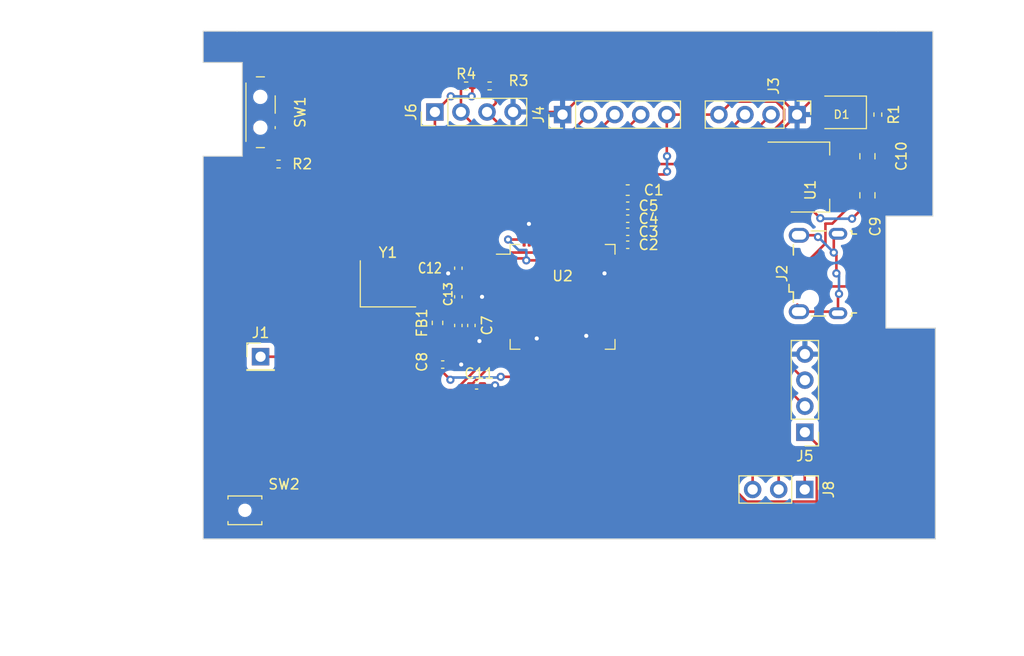
<source format=kicad_pcb>
(kicad_pcb (version 20221018) (generator pcbnew)
  (layers (0 "F.Cu" signal) (31 "B.Cu" power) (34 "B.Paste" user) (35 "F.Paste" user) (36 "B.SilkS" user "B.Silkscreen") (37 "F.SilkS" user "F.Silkscreen") (38 "B.Mask" user) (39 "F.Mask" user) (44 "Edge.Cuts" user))
  (net 0 "")
  (net 1 "+3.3V")
  (net 2 "GND")
  (net 3 "+3.3VA")
  (net 4 "VBUS")
  (net 5 "/NRST")
  (net 6 "/HSE_IN")
  (net 7 "/HSE_OUT")
  (net 8 "/LED_C")
  (net 9 "/ADC")
  (net 10 "/USB_D-")
  (net 11 "/USB_D+")
  (net 13 "unconnected-(J2-Shield-Pad6)")
  (net 14 "/SDEBUG_TCK")
  (net 15 "/SDEBUG_TMS")
  (net 16 "/MOSI")
  (net 17 "/MISO")
  (net 18 "/SCK")
  (net 19 "Net-(J5-Pin_2)")
  (net 20 "Net-(J5-Pin_3)")
  (net 21 "/I2C_SDA")
  (net 22 "/I2C_SCL")
  (net 23 "/GPIO_Analog(PB15)")
  (net 24 "/GPIO_Analog(PB14)")
  (net 25 "/GPIO_Analog(PB13)")
  (net 26 "/SW_BOOT0")
  (net 27 "/BOOT0")
  (net 54 "Net-(Y1-Pad2)")
  (footprint "Inductor_SMD:L_0603_1608Metric_Pad1.05x0.95mm_HandSolder" (layer "F.Cu") (at 140.693315 113.541 -90)
    (fp_text reference "FB1")
    (fp_text value "120R")
  )
  (footprint "Button_Switch_SMD:SW_SPST_B3U-1000P-B" (layer "F.Cu") (at 121.92 131.826)
    (fp_text reference "SW2")
    (fp_text value "SW_Push")
  )
  (footprint "Package_TO_SOT_SMD:SOT-223-3_TabPin2" (layer "F.Cu") (at 177.015315 99.317)
    (fp_text reference "U1")
    (fp_text value "AMS1117-3.3")
  )
  (footprint "Capacitor_SMD:C_0805_2012Metric_Pad1.18x1.45mm_HandSolder" (layer "F.Cu") (at 182.603315 97.285 90)
    (fp_text reference "C10")
    (fp_text value "22u")
  )
  (footprint "Resistor_SMD:R_0402_1005Metric_Pad0.72x0.64mm_HandSolder" (layer "F.Cu") (at 143.487315 90.427)
    (fp_text reference "R4")
    (fp_text value "2k2")
  )
  (footprint "Capacitor_SMD:C_0402_1005Metric_Pad0.74x0.62mm_HandSolder" (layer "F.Cu") (at 141.201315 117.605)
    (fp_text reference "C8")
    (fp_text value "1u")
  )
  (footprint "Capacitor_SMD:C_0805_2012Metric_Pad1.18x1.45mm_HandSolder" (layer "F.Cu") (at 182.603315 101.095 90)
    (fp_text reference "C9")
    (fp_text value "22u")
  )
  (footprint "Crystal:Crystal_SMD_3225-4Pin_3.2x2.5mm_HandSoldering" (layer "F.Cu") (at 135.867315 109.731)
    (fp_text reference "Y1")
    (fp_text value "16Mhz")
  )
  (footprint "Capacitor_SMD:C_0402_1005Metric_Pad0.74x0.62mm_HandSolder" (layer "F.Cu") (at 144.503315 119.637)
    (fp_text reference "C11")
    (fp_text value "100n")
  )
  (footprint "Connector_PinHeader_2.54mm:PinHeader_1x01_P2.54mm_Vertical" (layer "F.Cu") (at 123.444 116.84)
    (fp_text reference "J1")
    (fp_text value "ADC")
  )
  (footprint "Capacitor_SMD:C_0402_1005Metric_Pad0.74x0.62mm_HandSolder" (layer "F.Cu") (at 142.725315 111.001 90)
    (fp_text reference "C13")
    (fp_text value "10pf")
  )
  (footprint "Capacitor_SMD:C_0603_1608Metric_Pad1.08x0.95mm_HandSolder" (layer "F.Cu") (at 159.235315 100.587)
    (fp_text reference "C1")
    (fp_text value "10u")
  )
  (footprint "Resistor_SMD:R_0402_1005Metric_Pad0.72x0.64mm_HandSolder" (layer "F.Cu") (at 145.773315 90.427 180)
    (fp_text reference "R3")
    (fp_text value "2k2")
  )
  (footprint "Package_QFP:LQFP-64_10x10mm_P0.5mm" (layer "F.Cu") (at 152.885315 111.001)
    (fp_text reference "U2")
    (fp_text value "STM32F411RETx")
  )
  (footprint "Connector_PinHeader_2.54mm:PinHeader_1x04_P2.54mm_Vertical" (layer "F.Cu") (at 140.439315 92.967 90)
    (fp_text reference "J6")
    (fp_text value "I2C")
  )
  (footprint "Capacitor_SMD:C_0402_1005Metric_Pad0.74x0.62mm_HandSolder" (layer "F.Cu") (at 143.995315 113.795 -90)
    (fp_text reference "C7")
    (fp_text value "1u")
  )
  (footprint "Capacitor_SMD:C_0402_1005Metric_Pad0.74x0.62mm_HandSolder" (layer "F.Cu") (at 159.235315 105.921)
    (fp_text reference "C2")
    (fp_text value "100n")
  )
  (footprint "Capacitor_SMD:C_0402_1005Metric_Pad0.74x0.62mm_HandSolder" (layer "F.Cu") (at 159.235315 104.651)
    (fp_text reference "C3")
    (fp_text value "100n")
  )
  (footprint "Connector_PinHeader_2.54mm:PinHeader_1x04_P2.54mm_Vertical" (layer "F.Cu") (at 176.507315 124.209 180)
    (fp_text reference "J5")
    (fp_text value "UART")
  )
  (footprint "Capacitor_SMD:C_0402_1005Metric_Pad0.74x0.62mm_HandSolder" (layer "F.Cu") (at 159.235315 102.111)
    (fp_text reference "C5")
    (fp_text value "100n")
  )
  (footprint "LED_SMD:LED_1210_3225Metric_Pad1.42x2.65mm_HandSolder" (layer "F.Cu") (at 180.045315 93.001 180)
    (fp_text reference "D1")
    (fp_text value "LED")
  )
  (footprint "Button_Switch_SMD:SW_SPDT_PCM12" (layer "F.Cu") (at 123.751315 92.991 -90)
    (fp_text reference "SW1")
    (fp_text value "BOOT_SW")
  )
  (footprint "Connector_PinHeader_2.54mm:PinHeader_1x04_P2.54mm_Vertical" (layer "F.Cu") (at 175.745315 93.221 -90)
    (fp_text reference "J3")
    (fp_text value "SD")
  )
  (footprint "Resistor_SMD:R_0402_1005Metric_Pad0.72x0.64mm_HandSolder" (layer "F.Cu") (at 125.199315 98.047)
    (fp_text reference "R2")
    (fp_text value "10K")
  )
  (footprint "Capacitor_SMD:C_0402_1005Metric_Pad0.74x0.62mm_HandSolder" (layer "F.Cu") (at 142.725315 113.795 -90)
    (fp_text reference "C6" hide)
    (fp_text value "10n")
  )
  (footprint "Connector_PinHeader_2.54mm:PinHeader_1x05_P2.54mm_Vertical" (layer "F.Cu") (at 152.885315 93.221 90)
    (fp_text reference "J4")
    (fp_text value "SPI")
  )
  (footprint "Connector_USB:USB_Micro-B_Wuerth_629105150521" (layer "F.Cu") (at 177.784315 108.72 90)
    (fp_text reference "J2")
    (fp_text value "USB_OTG")
  )
  (footprint "Capacitor_SMD:C_0402_1005Metric_Pad0.74x0.62mm_HandSolder" (layer "F.Cu") (at 159.235315 103.381)
    (fp_text reference "C4")
    (fp_text value "100n")
  )
  (footprint "Capacitor_SMD:C_0402_1005Metric_Pad0.74x0.62mm_HandSolder" (layer "F.Cu") (at 142.725315 108.207 90)
    (fp_text reference "C12")
    (fp_text value "10pf")
  )
  (footprint "Resistor_SMD:R_0402_1005Metric_Pad0.72x0.64mm_HandSolder" (layer "F.Cu") (at 183.619315 93.221 -90)
    (fp_text reference "R1")
    (fp_text value "2k2")
  )
  (footprint "Connector_PinHeader_2.54mm:PinHeader_1x03_P2.54mm_Vertical" (layer "F.Cu") (at 176.492315 129.797 -90)
    (fp_text reference "J8")
    (fp_text value "GPIO_Analog_pins")
  )
  (gr_line (start 185.42 85.09) (end 188.976 85.09) (stroke (width 0.1)) (layer "Edge.Cuts"))
  (gr_line (start 121.666 88.138) (end 121.158 88.138) (stroke (width 0.1)) (layer "Edge.Cuts"))
  (gr_line (start 189.23 131.318) (end 189.23 134.62) (stroke (width 0.1)) (layer "Edge.Cuts"))
  (gr_line (start 118.11 88.138) (end 121.158 88.138) (stroke (width 0.1)) (layer "Edge.Cuts"))
  (gr_line (start 121.666 97.282) (end 121.666 88.138) (stroke (width 0.1)) (layer "Edge.Cuts"))
  (gr_line (start 117.856 88.138) (end 117.856 85.09) (stroke (width 0.1)) (layer "Edge.Cuts"))
  (gr_line (start 188.976 85.09) (end 188.976 103.124) (stroke (width 0.1)) (layer "Edge.Cuts"))
  (gr_line (start 117.856 134.62) (end 117.856 97.282) (stroke (width 0.1)) (layer "Edge.Cuts"))
  (gr_line (start 121.158 85.09) (end 183.642 85.09) (stroke (width 0.1)) (layer "Edge.Cuts"))
  (gr_line (start 117.856 97.282) (end 121.666 97.282) (stroke (width 0.1)) (layer "Edge.Cuts"))
  (gr_line (start 118.11 85.09) (end 121.158 85.09) (stroke (width 0.1)) (layer "Edge.Cuts"))
  (gr_line (start 189.23 134.62) (end 117.856 134.62) (stroke (width 0.1)) (layer "Edge.Cuts"))
  (gr_line (start 184.404 103.124) (end 184.404 114.046) (stroke (width 0.1)) (layer "Edge.Cuts"))
  (gr_line (start 189.23 114.046) (end 189.23 131.318) (stroke (width 0.1)) (layer "Edge.Cuts"))
  (gr_line (start 117.856 88.138) (end 118.11 88.138) (stroke (width 0.1)) (layer "Edge.Cuts"))
  (gr_line (start 184.404 114.046) (end 189.23 114.046) (stroke (width 0.1)) (layer "Edge.Cuts"))
  (gr_line (start 188.976 103.124) (end 184.404 103.124) (stroke (width 0.1)) (layer "Edge.Cuts"))
  (gr_line (start 183.642 85.09) (end 185.42 85.09) (stroke (width 0.1)) (layer "Edge.Cuts"))
  (gr_line (start 117.856 85.09) (end 118.11 85.09) (stroke (width 0.1)) (layer "Edge.Cuts"))
  (segment (start 147.210315 107.251) (end 149.161 107.251) (width 0.25) (layer "F.Cu") (net 1))
  (segment (start 158.667815 104.651) (end 158.667815 103.381) (width 0.25) (layer "F.Cu") (net 1))
  (segment (start 144.084815 90.427) (end 144.084815 91.373185) (width 0.25) (layer "F.Cu") (net 1))
  (segment (start 156.635315 117.516685) (end 156.635315 116.676) (width 0.25) (layer "F.Cu") (net 1))
  (segment (start 174.475315 92.713) (end 173.713315 91.951) (width 0.25) (layer "F.Cu") (net 1))
  (segment (start 156.909 107.251) (end 158.560315 107.251) (width 0.25) (layer "F.Cu") (net 1))
  (segment (start 163.045315 97.259315) (end 163.045315 93.221) (width 0.25) (layer "F.Cu") (net 1))
  (segment (start 163.068 97.282) (end 163.045315 97.259315) (width 0.25) (layer "F.Cu") (net 1))
  (segment (start 149.161 107.251) (end 149.352 107.442) (width 0.25) (layer "F.Cu") (net 1))
  (segment (start 158.372815 100.587) (end 159.899815 99.06) (width 0.25) (layer "F.Cu") (net 1))
  (segment (start 176.507315 124.209) (end 177.667315 125.369) (width 0.25) (layer "F.Cu") (net 1))
  (segment (start 178.557815 93.001) (end 180.165315 94.6085) (width 0.25) (layer "F.Cu") (net 1))
  (segment (start 156.635315 116.676) (end 156.635315 115.698919) (width 0.25) (layer "F.Cu") (net 1))
  (segment (start 149.051315 105.41) (end 149.135315 105.326) (width 0.25) (layer "F.Cu") (net 1))
  (segment (start 146.858424 118.802364) (end 148.849636 118.802364) (width 0.25) (layer "F.Cu") (net 1))
  (segment (start 140.439315 92.967) (end 140.459 92.967) (width 0.25) (layer "F.Cu") (net 1))
  (segment (start 163.068 99.06) (end 163.068 98.7715) (width 0.25) (layer "F.Cu") (net 1))
  (segment (start 150.167315 117.548685) (end 150.39463 117.776) (width 0.25) (layer "F.Cu") (net 1))
  (segment (start 158.667815 105.921) (end 158.667815 104.651) (width 0.25) (layer "F.Cu") (net 1))
  (segment (start 158.667815 103.381) (end 158.667815 102.111) (width 0.25) (layer "F.Cu") (net 1))
  (segment (start 177.015315 96.167) (end 177.015315 94.5435) (width 0.25) (layer "F.Cu") (net 1))
  (segment (start 140.639815 96.8305) (end 149.135315 105.326) (width 0.25) (layer "F.Cu") (net 1))
  (segment (start 156.21 107.95) (end 156.635315 107.524685) (width 0.25) (layer "F.Cu") (net 1))
  (segment (start 140.633815 117.605) (end 140.633815 117.773815) (width 0.25) (layer "F.Cu") (net 1))
  (segment (start 158.667815 107.1435) (end 158.560315 107.251) (width 0.25) (layer "F.Cu") (net 1))
  (segment (start 150.103315 117.548685) (end 150.167315 117.548685) (width 0.25) (layer "F.Cu") (net 1))
  (segment (start 140.633815 114.4755) (end 140.693315 114.416) (width 0.25) (layer "F.Cu") (net 1))
  (segment (start 150.135315 117.516685) (end 150.167315 117.548685) (width 0.25) (layer "F.Cu") (net 1))
  (segment (start 156.635315 107.524685) (end 156.55263 107.442) (width 0.25) (layer "F.Cu") (net 1))
  (segment (start 172.540315 97.992) (end 172.540315 95.664) (width 0.25) (layer "F.Cu") (net 1))
  (segment (start 159.041315 106.2945) (end 158.667815 105.921) (width 0.25) (layer "F.Cu") (net 1))
  (segment (start 173.713315 91.951) (end 169.395315 91.951) (width 0.25) (layer "F.Cu") (net 1))
  (segment (start 181.608815 99.317) (end 180.165315 99.317) (width 0.25) (layer "F.Cu") (net 1))
  (segment (start 144.084815 91.373185) (end 144.018 91.44) (width 0.25) (layer "F.Cu") (net 1))
  (segment (start 158.667815 102.111) (end 158.667815 100.882) (width 0.25) (layer "F.Cu") (net 1))
  (segment (start 156.635315 116.783) (end 156.635315 116.676) (width 0.25) (layer "F.Cu") (net 1))
  (segment (start 140.633815 117.773815) (end 141.949402 119.089402) (width 0.25) (layer "F.Cu") (net 1))
  (segment (start 177.015315 94.5435) (end 178.557815 93.001) (width 0.25) (layer "F.Cu") (net 1))
  (segment (start 159.899815 99.06) (end 163.068 99.06) (width 0.25) (layer "F.Cu") (net 1))
  (segment (start 139.050315 95.241) (end 140.639815 96.8305) (width 0.25) (layer "F.Cu") (net 1))
  (segment (start 173.865315 99.317) (end 180.165315 99.317) (width 0.25) (layer "F.Cu") (net 1))
  (segment (start 125.181315 95.241) (end 139.050315 95.241) (width 0.25) (layer "F.Cu") (net 1))
  (segment (start 177.667315 130.972) (end 170.824315 130.972) (width 0.25) (layer "F.Cu") (net 1))
  (segment (start 150.39463 117.776) (end 156.376 117.776) (width 0.25) (layer "F.Cu") (net 1))
  (segment (start 172.540315 95.664) (end 174.475315 93.729) (width 0.25) (layer "F.Cu") (net 1))
  (segment (start 168.125315 93.221) (end 163.045315 93.221) (width 0.25) (layer "F.Cu") (net 1))
  (segment (start 177.667315 125.369) (end 177.667315 130.972) (width 0.25) (layer "F.Cu") (net 1))
  (segment (start 150.135315 116.676) (end 150.135315 117.516685) (width 0.25) (layer "F.Cu") (net 1))
  (segment (start 156.635315 115.698919) (end 156.21 115.273604) (width 0.25) (layer "F.Cu") (net 1))
  (segment (start 173.865315 99.317) (end 177.015315 96.167) (width 0.25) (layer "F.Cu") (net 1))
  (segment (start 182.603315 98.3225) (end 181.608815 99.317) (width 0.25) (layer "F.Cu") (net 1))
  (segment (start 140.439315 96.63) (end 140.639815 96.8305) (width 0.25) (layer "F.Cu") (net 1))
  (segment (start 156.55263 107.442) (end 149.352 107.442) (width 0.25) (layer "F.Cu") (net 1))
  (segment (start 173.865315 99.317) (end 172.540315 97.992) (width 0.25) (layer "F.Cu") (net 1))
  (segment (start 168.125315 93.577) (end 168.125315 93.221) (width 0.25) (layer "F.Cu") (net 1))
  (segment (start 170.824315 130.972) (end 156.635315 116.783) (width 0.25) (layer "F.Cu") (net 1))
  (segment (start 158.667815 100.882) (end 158.372815 100.587) (width 0.25) (layer "F.Cu") (net 1))
  (segment (start 140.459 92.967) (end 141.986 91.44) (width 0.25) (layer "F.Cu") (net 1))
  (segment (start 147.574 105.41) (end 149.051315 105.41) (width 0.25) (layer "F.Cu") (net 1))
  (segment (start 156.21 115.273604) (end 156.21 107.95) (width 0.25) (layer "F.Cu") (net 1))
  (segment (start 156.376 117.776) (end 156.635315 117.516685) (width 0.25) (layer "F.Cu") (net 1))
  (segment (start 180.165315 94.6085) (end 180.165315 99.317) (width 0.25) (layer "F.Cu") (net 1))
  (segment (start 158.667815 105.921) (end 158.667815 107.1435) (width 0.25) (layer "F.Cu") (net 1))
  (segment (start 148.849636 118.802364) (end 150.103315 117.548685) (width 0.25) (layer "F.Cu") (net 1))
  (segment (start 174.475315 93.729) (end 174.475315 92.713) (width 0.25) (layer "F.Cu") (net 1))
  (segment (start 158.219315 100.587) (end 158.118815 100.587) (width 0.25) (layer "F.Cu") (net 1))
  (segment (start 169.395315 91.951) (end 168.125315 93.221) (width 0.25) (layer "F.Cu") (net 1))
  (segment (start 140.633815 117.605) (end 140.633815 114.4755) (width 0.25) (layer "F.Cu") (net 1))
  (segment (start 156.635315 107.524685) (end 156.909 107.251) (width 0.25) (layer "F.Cu") (net 1))
  (segment (start 145.175815 90.427) (end 144.084815 90.427) (width 0.25) (layer "F.Cu") (net 1))
  (segment (start 140.439315 92.967) (end 140.439315 96.63) (width 0.25) (layer "F.Cu") (net 1))
  (via (at 149.352 107.442) (size 0.8) (drill 0.4) (layers "F.Cu" "B.Cu") (net 1))
  (via (at 163.068 97.282) (size 0.8) (drill 0.4) (layers "F.Cu" "B.Cu") (net 1))
  (via (at 163.068 98.7715) (size 0.8) (drill 0.4) (layers "F.Cu" "B.Cu") (net 1))
  (via (at 146.858424 118.802364) (size 0.8) (drill 0.4) (layers "F.Cu" "B.Cu") (net 1))
  (via (at 144.018 91.44) (size 0.8) (drill 0.4) (layers "F.Cu" "B.Cu") (net 1))
  (via (at 141.986 91.44) (size 0.8) (drill 0.4) (layers "F.Cu" "B.Cu") (net 1))
  (via (at 141.949402 119.089402) (size 0.8) (drill 0.4) (layers "F.Cu" "B.Cu") (net 1))
  (via (at 147.574 105.41) (size 0.8) (drill 0.4) (layers "F.Cu" "B.Cu") (net 1))
  (segment (start 163.068 98.7715) (end 163.068 97.282) (width 0.25) (layer "B.Cu") (net 1))
  (segment (start 146.812 118.848788) (end 146.858424 118.802364) (width 0.25) (layer "B.Cu") (net 1))
  (segment (start 149.352 107.442) (end 149.352 106.426) (width 0.25) (layer "B.Cu") (net 1))
  (segment (start 149.352 106.426) (end 148.59 106.426) (width 0.25) (layer "B.Cu") (net 1))
  (segment (start 146.812 118.872) (end 146.812 118.848788) (width 0.25) (layer "B.Cu") (net 1))
  (segment (start 142.166804 118.872) (end 146.812 118.872) (width 0.25) (layer "B.Cu") (net 1))
  (segment (start 144.018 91.44) (end 141.986 91.44) (width 0.25) (layer "B.Cu") (net 1))
  (segment (start 141.949402 119.089402) (end 142.166804 118.872) (width 0.25) (layer "B.Cu") (net 1))
  (segment (start 148.59 106.426) (end 147.574 105.41) (width 0.25) (layer "B.Cu") (net 1))
  (segment (start 160.097815 101.816) (end 159.802815 102.111) (width 0.25) (layer "F.Cu") (net 2))
  (segment (start 159.802815 104.651) (end 159.802815 103.381) (width 0.25) (layer "F.Cu") (net 2))
  (segment (start 182.603315 100.0575) (end 183.653315 99.0075) (width 0.25) (layer "F.Cu") (net 2))
  (segment (start 159.541315 106.1825) (end 159.802815 105.921) (width 0.25) (layer "F.Cu") (net 2))
  (segment (start 159.802815 105.921) (end 159.802815 104.651) (width 0.25) (layer "F.Cu") (net 2))
  (segment (start 156.135315 115.835315) (end 155.194 114.894) (width 0.25) (layer "F.Cu") (net 2))
  (segment (start 141.771815 117.602) (end 141.768815 117.605) (width 0.25) (layer "F.Cu") (net 2))
  (segment (start 184.264315 94.5865) (end 182.603315 96.2475) (width 0.25) (layer "F.Cu") (net 2))
  (segment (start 178.509315 103.858) (end 179.174315 103.858) (width 0.25) (layer "F.Cu") (net 2))
  (segment (start 148.059315 92.967) (end 152.631315 92.967) (width 0.25) (layer "F.Cu") (net 2))
  (segment (start 175.745315 93.221) (end 177.615315 91.351) (width 0.25) (layer "F.Cu") (net 2))
  (segment (start 143.995315 114.531315) (end 144.78 115.316) (width 0.25) (layer "F.Cu") (net 2))
  (segment (start 146.36963 112.751) (end 147.210315 112.751) (width 0.25) (layer "F.Cu") (net 2))
  (segment (start 152.631315 92.967) (end 152.885315 93.221) (width 0.25) (layer "F.Cu") (net 2))
  (segment (start 182.603315 100.429) (end 182.603315 100.0575) (width 0.25) (layer "F.Cu") (net 2))
  (segment (start 142.725315 108.7745) (end 141.7945 108.7745) (width 0.25) (layer "F.Cu") (net 2))
  (segment (start 125.181315 90.741) (end 126.140315 89.782) (width 0.25) (layer "F.Cu") (net 2))
  (segment (start 174.025315 91.501) (end 175.745315 93.221) (width 0.25) (layer "F.Cu") (net 2))
  (segment (start 152.885315 93.221) (end 154.605315 91.501) (width 0.25) (layer "F.Cu") (net 2))
  (segment (start 159.802815 105.921) (end 159.660315 106.0635) (width 0.25) (layer "F.Cu") (net 2))
  (segment (start 183.873315 94.0725) (end 183.873315 94.9775) (width 0.25) (layer "F.Cu") (net 2))
  (segment (start 183.873315 94.9775) (end 182.603315 96.2475) (width 0.25) (layer "F.Cu") (net 2))
  (segment (start 143.995315 114.3625) (end 143.995315 114.531315) (width 0.25) (layer "F.Cu") (net 2))
  (segment (start 145.034 111.5685) (end 145.034 110.998) (width 0.25) (layer "F.Cu") (net 2))
  (segment (start 145.070815 119.637) (end 146.301 119.637) (width 0.25) (layer "F.Cu") (net 2))
  (segment (start 159.802815 103.381) (end 159.802815 102.111) (width 0.25) (layer "F.Cu") (net 2))
  (segment (start 183.653315 99.0075) (end 183.653315 97.2975) (width 0.25) (layer "F.Cu") (net 2))
  (segment (start 175.884315 107.42) (end 176.880331 107.42) (width 0.25) (layer "F.Cu") (net 2))
  (segment (start 142.725315 116.6485) (end 142.725315 114.3625) (width 0.25) (layer "F.Cu") (net 2))
  (segment (start 141.7945 108.7745) (end 141.732 108.712) (width 0.25) (layer "F.Cu") (net 2))
  (segment (start 179.174315 103.858) (end 182.603315 100.429) (width 0.25) (layer "F.Cu") (net 2))
  (segment (start 142.725315 111.5685) (end 145.034 111.5685) (width 0.25) (layer "F.Cu") (net 2))
  (segment (start 159.660315 106.0635) (end 159.660315 107.491685) (width 0.25) (layer "F.Cu") (net 2))
  (segment (start 141.768815 117.605) (end 142.725315 116.6485) (width 0.25) (layer "F.Cu") (net 2))
  (segment (start 183.653315 97.2975) (end 182.603315 96.2475) (width 0.25) (layer "F.Cu") (net 2))
  (segment (start 160.097815 100.587) (end 160.097815 101.816) (width 0.25) (layer "F.Cu") (net 2))
  (segment (start 146.203315 129.032) (end 146.203315 119.734685) (width 0.25) (layer "F.Cu") (net 2))
  (segment (start 156.135315 116.676) (end 156.135315 115.835315) (width 0.25) (layer "F.Cu") (net 2))
  (segment (start 149.635315 105.326) (end 149.635315 103.915315) (width 0.25) (layer "F.Cu") (net 2))
  (segment (start 146.769209 89.782) (end 148.059315 91.072106) (width 0.25) (layer "F.Cu") (net 2))
  (segment (start 155.194 114.894) (end 155.194 114.808) (width 0.25) (layer "F.Cu") (net 2))
  (segment (start 176.880331 107.42) (end 178.509315 105.791016) (width 0.25) (layer "F.Cu") (net 2))
  (segment (start 156.972 108.49863) (end 157.71963 107.751) (width 0.25) (layer "F.Cu") (net 2))
  (segment (start 173.865315 97.017) (end 173.865315 95.101) (width 0.25) (layer "F.Cu") (net 2))
  (segment (start 145.18713 111.5685) (end 146.085473 112.466842) (width 0.25) (layer "F.Cu") (net 2))
  (segment (start 173.865315 95.101) (end 175.745315 93.221) (width 0.25) (layer "F.Cu") (net 2))
  (segment (start 150.15463 115.27537) (end 150.368 115.062) (width 0.25) (layer "F.Cu") (net 2))
  (segment (start 142.725315 114.3625) (end 143.995315 114.3625) (width 0.25) (layer "F.Cu") (net 2))
  (segment (start 149.635315 115.835315) (end 150.15463 115.316) (width 0.25) (layer "F.Cu") (net 2))
  (segment (start 145.034 111.5685) (end 145.18713 111.5685) (width 0.25) (layer "F.Cu") (net 2))
  (segment (start 154.605315 91.501) (end 174.025315 91.501) (width 0.25) (layer "F.Cu") (net 2))
  (segment (start 120.22 131.826) (end 121.395 133.001) (width 0.25) (layer "F.Cu") (net 2))
  (segment (start 143.002 117.602) (end 141.771815 117.602) (width 0.25) (layer "F.Cu") (net 2))
  (segment (start 146.301 119.637) (end 146.304 119.634) (width 0.25) (layer "F.Cu") (net 2))
  (segment (start 148.059315 91.072106) (end 148.059315 92.967) (width 0.25) (layer "F.Cu") (net 2))
  (segment (start 183.619315 93.8185) (end 183.873315 94.0725) (width 0.25) (layer "F.Cu") (net 2))
  (segment (start 146.085473 112.466842) (end 146.36963 112.751) (width 0.25) (layer "F.Cu") (net 2))
  (segment (start 121.395 133.001) (end 142.234315 133.001) (width 0.25) (layer "F.Cu") (net 2))
  (segment (start 146.203315 119.734685) (end 146.304 119.634) (width 0.25) (layer "F.Cu") (net 2))
  (segment (start 142.234315 133.001) (end 146.203315 129.032) (width 0.25) (layer "F.Cu") (net 2))
  (segment (start 143.995315 114.3625) (end 144.189815 114.3625) (width 0.25) (layer "F.Cu") (net 2))
  (segment (start 150.15463 115.316) (end 150.15463 115.27537) (width 0.25) (layer "F.Cu") (net 2))
  (segment (start 184.264315 92.225106) (end 184.264315 94.5865) (width 0.25) (layer "F.Cu") (net 2))
  (segment (start 177.615315 91.351) (end 183.390209 91.351) (width 0.25) (layer "F.Cu") (net 2))
  (segment (start 183.390209 91.351) (end 184.264315 92.225106) (width 0.25) (layer "F.Cu") (net 2))
  (segment (start 178.509315 105.791016) (end 178.509315 103.858) (width 0.25) (layer "F.Cu") (net 2))
  (segment (start 149.635315 103.915315) (end 149.606 103.886) (width 0.25) (layer "F.Cu") (net 2))
  (segment (start 156.972 108.712) (end 156.972 108.49863) (width 0.25) (layer "F.Cu") (net 2))
  (segment (start 157.71963 107.751) (end 158.560315 107.751) (width 0.25) (layer "F.Cu") (net 2))
  (segment (start 126.140315 89.782) (end 146.769209 89.782) (width 0.25) (layer "F.Cu") (net 2))
  (segment (start 159.660315 107.491685) (end 159.401 107.751) (width 0.25) (layer "F.Cu") (net 2))
  (segment (start 149.635315 116.676) (end 149.635315 115.835315) (width 0.25) (layer "F.Cu") (net 2))
  (segment (start 159.401 107.751) (end 158.560315 107.751) (width 0.25) (layer "F.Cu") (net 2))
  (via (at 156.972 108.712) (size 0.8) (drill 0.4) (layers "F.Cu" "B.Cu") (net 2))
  (via (at 155.194 114.808) (size 0.8) (drill 0.4) (layers "F.Cu" "B.Cu") (net 2))
  (via (at 143.002 117.602) (size 0.8) (drill 0.4) (layers "F.Cu" "B.Cu") (net 2))
  (via (at 150.368 115.062) (size 0.8) (drill 0.4) (layers "F.Cu" "B.Cu") (net 2))
  (via (at 141.732 108.712) (size 0.8) (drill 0.4) (layers "F.Cu" "B.Cu") (net 2))
  (via (at 146.304 119.634) (size 0.8) (drill 0.4) (layers "F.Cu" "B.Cu") (net 2))
  (via (at 149.606 103.886) (size 0.8) (drill 0.4) (layers "F.Cu" "B.Cu") (net 2))
  (via (at 144.78 115.316) (size 0.8) (drill 0.4) (layers "F.Cu" "B.Cu") (net 2))
  (via (at 145.034 110.998) (size 0.8) (drill 0.4) (layers "F.Cu" "B.Cu") (net 2))
  (segment (start 143.995315 113.2275) (end 147.186815 113.2275) (width 0.25) (layer "F.Cu") (net 3))
  (segment (start 143.995315 113.2275) (end 142.725315 113.2275) (width 0.25) (layer "F.Cu") (net 3))
  (segment (start 141.254815 113.2275) (end 140.693315 112.666) (width 0.25) (layer "F.Cu") (net 3))
  (segment (start 142.725315 113.2275) (end 141.254815 113.2275) (width 0.25) (layer "F.Cu") (net 3))
  (segment (start 147.186815 113.2275) (end 147.210315 113.251) (width 0.25) (layer "F.Cu") (net 3))
  (segment (start 176.295347 101.617) (end 173.865315 101.617) (width 0.25) (layer "F.Cu") (net 4))
  (segment (start 178.01071 103.332363) (end 176.295347 101.617) (width 0.25) (layer "F.Cu") (net 4))
  (segment (start 182.603315 109.731) (end 182.603315 102.1325) (width 0.25) (layer "F.Cu") (net 4))
  (segment (start 182.603315 102.1325) (end 182.3475 102.1325) (width 0.25) (layer "F.Cu") (net 4))
  (segment (start 182.349315 109.985) (end 182.603315 109.731) (width 0.25) (layer "F.Cu") (net 4))
  (segment (start 176.784315 110.02) (end 176.819315 109.985) (width 0.25) (layer "F.Cu") (net 4))
  (segment (start 182.3475 102.1325) (end 181.102 103.378) (width 0.25) (layer "F.Cu") (net 4))
  (segment (start 175.884315 110.02) (end 176.784315 110.02) (width 0.25) (layer "F.Cu") (net 4))
  (segment (start 176.819315 109.985) (end 182.349315 109.985) (width 0.25) (layer "F.Cu") (net 4))
  (via (at 178.01071 103.332363) (size 0.8) (drill 0.4) (layers "F.Cu" "B.Cu") (net 4))
  (via (at 181.102 103.378) (size 0.8) (drill 0.4) (layers "F.Cu" "B.Cu") (net 4))
  (segment (start 181.102 103.378) (end 178.054 103.378) (width 0.25) (layer "B.Cu") (net 4))
  (segment (start 178.054 103.375653) (end 178.01071 103.332363) (width 0.25) (layer "B.Cu") (net 4))
  (segment (start 178.054 103.378) (end 178.054 103.375653) (width 0.25) (layer "B.Cu") (net 4))
  (segment (start 123.62 131.826) (end 140.012315 131.826) (width 0.25) (layer "F.Cu") (net 5))
  (segment (start 148.660315 115.810315) (end 149.583315 114.887315) (width 0.25) (layer "F.Cu") (net 5))
  (segment (start 149.583315 111.783315) (end 148.051 110.251) (width 0.25) (layer "F.Cu") (net 5))
  (segment (start 143.935815 119.637) (end 147.491815 116.081) (width 0.25) (layer "F.Cu") (net 5))
  (segment (start 142.803315 120.7695) (end 143.935815 119.637) (width 0.25) (layer "F.Cu") (net 5))
  (segment (start 149.583315 114.887315) (end 149.583315 111.783315) (width 0.25) (layer "F.Cu") (net 5))
  (segment (start 148.051 110.251) (end 147.210315 110.251) (width 0.25) (layer "F.Cu") (net 5))
  (segment (start 140.012315 131.826) (end 142.803315 129.035) (width 0.25) (layer "F.Cu") (net 5))
  (segment (start 142.803315 129.035) (end 142.803315 120.7695) (width 0.25) (layer "F.Cu") (net 5))
  (segment (start 147.491815 116.081) (end 148.660315 116.081) (width 0.25) (layer "F.Cu") (net 5))
  (segment (start 148.660315 116.081) (end 148.660315 115.810315) (width 0.25) (layer "F.Cu") (net 5))
  (segment (start 135.642315 107.356) (end 142.441815 107.356) (width 0.25) (layer "F.Cu") (net 6))
  (segment (start 142.441815 107.356) (end 142.725315 107.6395) (width 0.25) (layer "F.Cu") (net 6))
  (segment (start 134.417315 108.581) (end 135.642315 107.356) (width 0.25) (layer "F.Cu") (net 6))
  (segment (start 142.725315 107.6395) (end 144.054815 108.969) (width 0.25) (layer "F.Cu") (net 6))
  (segment (start 146.36963 109.251) (end 147.210315 109.251) (width 0.25) (layer "F.Cu") (net 6))
  (segment (start 146.08763 108.969) (end 146.36963 109.251) (width 0.25) (layer "F.Cu") (net 6))
  (segment (start 144.054815 108.969) (end 146.08763 108.969) (width 0.25) (layer "F.Cu") (net 6))
  (segment (start 142.725315 110.4335) (end 143.173815 109.985) (width 0.25) (layer "F.Cu") (net 7))
  (segment (start 143.173815 109.985) (end 146.13563 109.985) (width 0.25) (layer "F.Cu") (net 7))
  (segment (start 134.417315 110.881) (end 135.642315 112.106) (width 0.25) (layer "F.Cu") (net 7))
  (segment (start 135.642315 112.106) (end 138.572315 112.106) (width 0.25) (layer "F.Cu") (net 7))
  (segment (start 146.36963 109.751) (end 147.210315 109.751) (width 0.25) (layer "F.Cu") (net 7))
  (segment (start 138.572315 112.106) (end 140.244815 110.4335) (width 0.25) (layer "F.Cu") (net 7))
  (segment (start 140.244815 110.4335) (end 142.725315 110.4335) (width 0.25) (layer "F.Cu") (net 7))
  (segment (start 146.13563 109.985) (end 146.36963 109.751) (width 0.25) (layer "F.Cu") (net 7))
  (segment (start 183.619315 92.6235) (end 181.910315 92.6235) (width 0.25) (layer "F.Cu") (net 8))
  (segment (start 181.910315 92.6235) (end 181.532815 93.001) (width 0.25) (layer "F.Cu") (net 8))
  (segment (start 141.410403 120.100088) (end 142.426404 120.100088) (width 0.25) (layer "F.Cu") (net 9))
  (segment (start 147.066 115.316) (end 148.336 115.316) (width 0.25) (layer "F.Cu") (net 9))
  (segment (start 145.028282 117.49821) (end 145.028282 117.353718) (width 0.25) (layer "F.Cu") (net 9))
  (segment (start 148.336 114.036) (end 148.051 113.751) (width 0.25) (layer "F.Cu") (net 9))
  (segment (start 138.150315 116.84) (end 141.410403 120.100088) (width 0.25) (layer "F.Cu") (net 9))
  (segment (start 123.444 116.84) (end 138.150315 116.84) (width 0.25) (layer "F.Cu") (net 9))
  (segment (start 142.426404 120.100088) (end 145.028282 117.49821) (width 0.25) (layer "F.Cu") (net 9))
  (segment (start 145.028282 117.353718) (end 147.066 115.316) (width 0.25) (layer "F.Cu") (net 9))
  (segment (start 148.051 113.751) (end 147.210315 113.751) (width 0.25) (layer "F.Cu") (net 9))
  (segment (start 148.336 115.316) (end 148.336 114.036) (width 0.25) (layer "F.Cu") (net 9))
  (segment (start 175.765315 109.251) (end 175.884315 109.37) (width 0.2) (layer "F.Cu") (net 10))
  (segment (start 175.884315 109.37) (end 174.909314 109.37) (width 0.2) (layer "F.Cu") (net 10))
  (segment (start 159.603407 109.226) (end 159.210315 109.226) (width 0.2) (layer "F.Cu") (net 10))
  (segment (start 159.185315 109.251) (end 158.560315 109.251) (width 0.2) (layer "F.Cu") (net 10))
  (segment (start 159.647407 109.27) (end 159.603407 109.226) (width 0.2) (layer "F.Cu") (net 10))
  (segment (start 159.210315 109.226) (end 159.185315 109.251) (width 0.2) (layer "F.Cu") (net 10))
  (segment (start 174.809314 109.27) (end 159.647407 109.27) (width 0.2) (layer "F.Cu") (net 10))
  (segment (start 174.909314 109.37) (end 174.809314 109.27) (width 0.2) (layer "F.Cu") (net 10))
  (segment (start 175.884315 108.72) (end 174.909314 108.72) (width 0.2) (layer "F.Cu") (net 11))
  (segment (start 159.210315 108.776) (end 159.185315 108.751) (width 0.2) (layer "F.Cu") (net 11))
  (segment (start 158.591315 108.72) (end 158.560315 108.751) (width 0.2) (layer "F.Cu") (net 11))
  (segment (start 159.775613 108.776) (end 159.210315 108.776) (width 0.2) (layer "F.Cu") (net 11))
  (segment (start 159.819613 108.82) (end 159.775613 108.776) (width 0.2) (layer "F.Cu") (net 11))
  (segment (start 159.185315 108.751) (end 158.560315 108.751) (width 0.2) (layer "F.Cu") (net 11))
  (segment (start 174.809314 108.82) (end 159.819613 108.82) (width 0.2) (layer "F.Cu") (net 11))
  (segment (start 174.909314 108.72) (end 174.809314 108.82) (width 0.2) (layer "F.Cu") (net 11))
  (segment (start 175.934315 111.926315) (end 175.768 111.76) (width 0.25) (layer "F.Cu") (net 13))
  (segment (start 179.584315 112.445) (end 179.734315 112.595) (width 0.25) (layer "F.Cu") (net 13))
  (segment (start 179.734315 112.595) (end 179.734315 110.807185) (width 0.25) (layer "F.Cu") (net 13))
  (segment (start 175.934315 112.445) (end 175.934315 111.926315) (width 0.25) (layer "F.Cu") (net 13))
  (segment (start 177.623815 104.995) (end 177.784815 105.156) (width 0.25) (layer "F.Cu") (net 13))
  (segment (start 179.324 106.68) (end 179.324 105.255315) (width 0.25) (layer "F.Cu") (net 13))
  (segment (start 179.734315 110.807185) (end 179.832 110.7095) (width 0.25) (layer "F.Cu") (net 13))
  (segment (start 175.934315 112.445) (end 179.584315 112.445) (width 0.25) (layer "F.Cu") (net 13))
  (segment (start 179.578 106.934) (end 179.324 106.68) (width 0.25) (layer "F.Cu") (net 13))
  (segment (start 179.578 108.712) (end 179.578 106.934) (width 0.25) (layer "F.Cu") (net 13))
  (segment (start 179.324 105.255315) (end 179.734315 104.845) (width 0.25) (layer "F.Cu") (net 13))
  (segment (start 175.934315 104.995) (end 177.623815 104.995) (width 0.25) (layer "F.Cu") (net 13))
  (via (at 179.832 110.7095) (size 0.8) (drill 0.4) (layers "F.Cu" "B.Cu") (net 13))
  (via (at 179.578 108.712) (size 0.8) (drill 0.4) (layers "F.Cu" "B.Cu") (net 13))
  (via (at 177.784815 105.156) (size 0.8) (drill 0.4) (layers "F.Cu" "B.Cu") (net 13))
  (via (at 179.324 106.68) (size 0.8) (drill 0.4) (layers "F.Cu" "B.Cu") (net 13))
  (segment (start 177.784815 105.156) (end 177.8 105.156) (width 0.25) (layer "B.Cu") (net 13))
  (segment (start 177.8 105.156) (end 179.324 106.68) (width 0.25) (layer "B.Cu") (net 13))
  (segment (start 179.832 110.7095) (end 179.832 108.966) (width 0.25) (layer "B.Cu") (net 13))
  (segment (start 179.832 108.966) (end 179.578 108.712) (width 0.25) (layer "B.Cu") (net 13))
  (segment (start 156.635315 100.991505) (end 156.635315 105.326) (width 0.25) (layer "F.Cu") (net 14))
  (segment (start 165.839315 98.047) (end 159.57982 98.047) (width 0.25) (layer "F.Cu") (net 14))
  (segment (start 170.665315 93.221) (end 165.839315 98.047) (width 0.25) (layer "F.Cu") (net 14))
  (segment (start 159.57982 98.047) (end 156.635315 100.991505) (width 0.25) (layer "F.Cu") (net 14))
  (segment (start 163.299315 103.127) (end 163.299315 105.413) (width 0.25) (layer "F.Cu") (net 15))
  (segment (start 160.461315 108.251) (end 158.560315 108.251) (width 0.25) (layer "F.Cu") (net 15))
  (segment (start 173.205315 93.221) (end 163.299315 103.127) (width 0.25) (layer "F.Cu") (net 15))
  (segment (start 163.299315 105.413) (end 160.461315 108.251) (width 0.25) (layer "F.Cu") (net 15))
  (segment (start 152.635315 96.011) (end 152.635315 105.326) (width 0.25) (layer "F.Cu") (net 16))
  (segment (start 155.425315 93.221) (end 152.635315 96.011) (width 0.25) (layer "F.Cu") (net 16))
  (segment (start 153.135315 98.051) (end 153.135315 105.326) (width 0.25) (layer "F.Cu") (net 17))
  (segment (start 157.965315 93.221) (end 153.135315 98.051) (width 0.25) (layer "F.Cu") (net 17))
  (segment (start 160.505315 93.221) (end 153.635315 100.091) (width 0.25) (layer "F.Cu") (net 18))
  (segment (start 153.635315 100.091) (end 153.635315 105.326) (width 0.25) (layer "F.Cu") (net 18))
  (segment (start 167.589315 112.751) (end 158.560315 112.751) (width 0.25) (layer "F.Cu") (net 19))
  (segment (start 176.507315 121.669) (end 167.589315 112.751) (width 0.25) (layer "F.Cu") (net 19))
  (segment (start 176.507315 119.129) (end 169.629315 112.251) (width 0.25) (layer "F.Cu") (net 20))
  (segment (start 169.629315 112.251) (end 158.560315 112.251) (width 0.25) (layer "F.Cu") (net 20))
  (segment (start 142.979315 92.967) (end 151.635315 101.623) (width 0.25) (layer "F.Cu") (net 21))
  (segment (start 142.889815 90.427) (end 142.979315 90.5165) (width 0.25) (layer "F.Cu") (net 21))
  (segment (start 151.635315 101.623) (end 151.635315 105.326) (width 0.25) (layer "F.Cu") (net 21))
  (segment (start 142.979315 90.5165) (end 142.979315 92.967) (width 0.25) (layer "F.Cu") (net 21))
  (segment (start 145.519315 92.967) (end 152.135315 99.583) (width 0.25) (layer "F.Cu") (net 22))
  (segment (start 146.370815 92.1155) (end 145.519315 92.967) (width 0.25) (layer "F.Cu") (net 22))
  (segment (start 146.370815 90.427) (end 146.370815 92.1155) (width 0.25) (layer "F.Cu") (net 22))
  (segment (start 152.135315 99.583) (end 152.135315 105.326) (width 0.25) (layer "F.Cu") (net 22))
  (segment (start 176.492315 128.004) (end 161.739315 113.251) (width 0.25) (layer "F.Cu") (net 23))
  (segment (start 176.492315 129.797) (end 176.492315 128.004) (width 0.25) (layer "F.Cu") (net 23))
  (segment (start 161.739315 113.251) (end 158.560315 113.251) (width 0.25) (layer "F.Cu") (net 23))
  (segment (start 173.952315 126.48) (end 161.223315 113.751) (width 0.25) (layer "F.Cu") (net 24))
  (segment (start 161.223315 113.751) (end 158.560315 113.751) (width 0.25) (layer "F.Cu") (net 24))
  (segment (start 173.952315 129.797) (end 173.952315 126.48) (width 0.25) (layer "F.Cu") (net 24))
  (segment (start 171.412315 129.797) (end 171.412315 126.262315) (width 0.25) (layer "F.Cu") (net 25))
  (segment (start 171.412315 126.262315) (end 159.401 114.251) (width 0.25) (layer "F.Cu") (net 25))
  (segment (start 159.401 114.251) (end 158.560315 114.251) (width 0.25) (layer "F.Cu") (net 25))
  (segment (start 122.596315 94.149274) (end 123.079589 93.666) (width 0.25) (layer "F.Cu") (net 26))
  (segment (start 123.167315 95.403726) (end 122.596315 94.832726) (width 0.25) (layer "F.Cu") (net 26))
  (segment (start 123.079589 93.666) (end 125.106315 93.666) (width 0.25) (layer "F.Cu") (net 26))
  (segment (start 125.106315 93.666) (end 125.181315 93.741) (width 0.25) (layer "F.Cu") (net 26))
  (segment (start 122.596315 94.832726) (end 122.596315 94.149274) (width 0.25) (layer "F.Cu") (net 26))
  (segment (start 124.601815 98.047) (end 124.387315 98.047) (width 0.25) (layer "F.Cu") (net 26))
  (segment (start 123.167315 96.827) (end 123.167315 95.403726) (width 0.25) (layer "F.Cu") (net 26))
  (segment (start 124.387315 98.047) (end 123.167315 96.827) (width 0.25) (layer "F.Cu") (net 26))
  (segment (start 151.135315 106.166685) (end 151.135315 105.326) (width 0.25) (layer "F.Cu") (net 27))
  (segment (start 150.622 106.68) (end 151.135315 106.166685) (width 0.25) (layer "F.Cu") (net 27))
  (segment (start 134.429815 106.68) (end 150.622 106.68) (width 0.25) (layer "F.Cu") (net 27))
  (segment (start 125.796815 98.047) (end 134.429815 106.68) (width 0.25) (layer "F.Cu") (net 27))
  (segment (start 137.317315 110.881) (end 137.317315 108.581) (width 0.25) (layer "F.Cu") (net 54))
  (zone (net 2) (net_name "GND") (layer "B.Cu") (connect_pads (clearance 0.5)) (min_thickness 0.25) (fill yes (thermal_gap 0.5) (thermal_bridge_width 0.5))
    (polygon (pts (xy 105.41 83.058) (xy 197.866 82.042) (xy 197.358 145.542) (xy 98.044 146.05) (xy 106.172 83.058)))
  )
)
</source>
